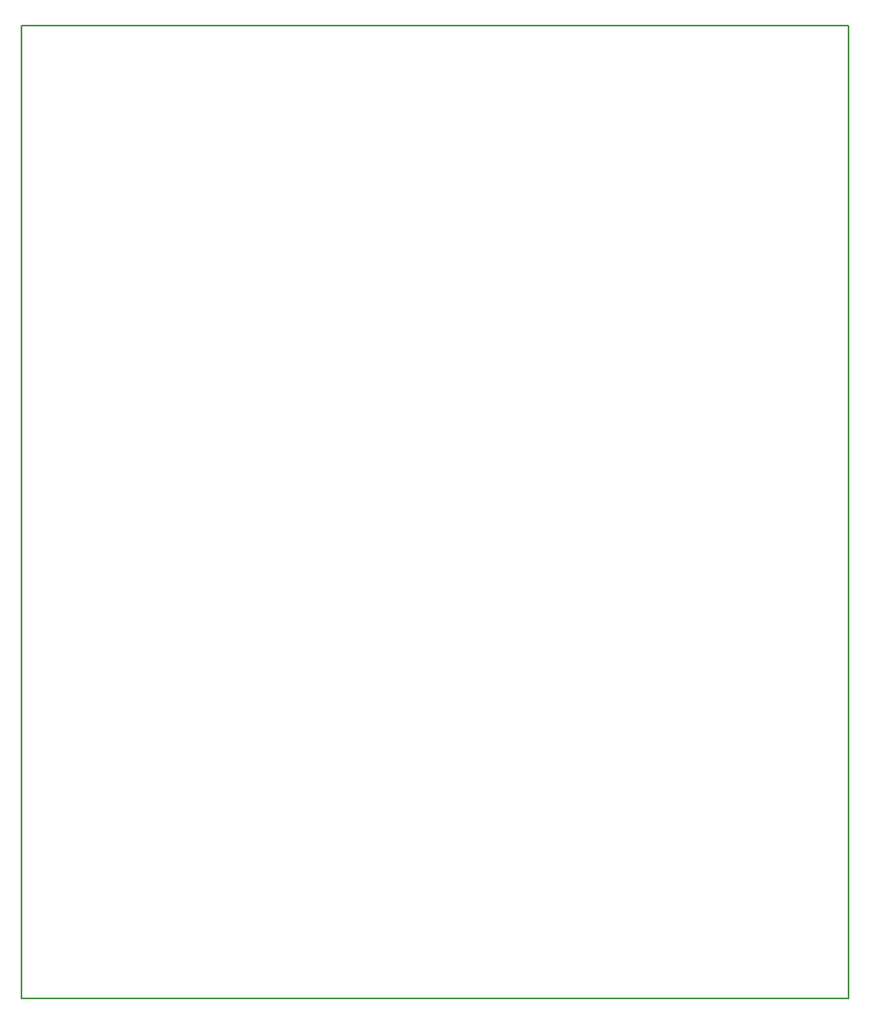
<source format=gm1>
G04 MADE WITH FRITZING*
G04 WWW.FRITZING.ORG*
G04 DOUBLE SIDED*
G04 HOLES PLATED*
G04 CONTOUR ON CENTER OF CONTOUR VECTOR*
%ASAXBY*%
%FSLAX23Y23*%
%MOIN*%
%OFA0B0*%
%SFA1.0B1.0*%
%ADD10R,3.346460X3.937010*%
%ADD11C,0.008000*%
%ADD10C,0.008*%
%LNCONTOUR*%
G90*
G70*
G54D10*
G54D11*
X4Y3933D02*
X3342Y3933D01*
X3342Y4D01*
X4Y4D01*
X4Y3933D01*
D02*
G04 End of contour*
M02*
</source>
